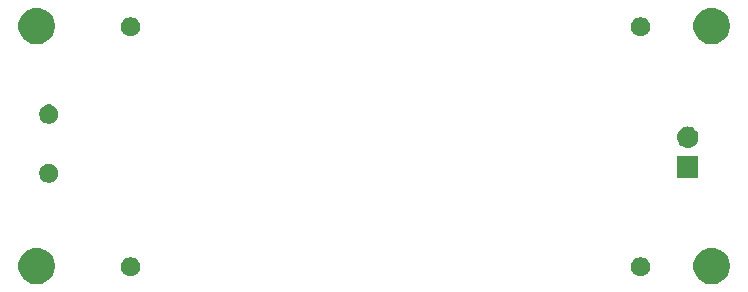
<source format=gbr>
G04 #@! TF.GenerationSoftware,KiCad,Pcbnew,(5.1.2)-2*
G04 #@! TF.CreationDate,2019-10-05T20:57:59-05:00*
G04 #@! TF.ProjectId,PowerBreakout,506f7765-7242-4726-9561-6b6f75742e6b,rev?*
G04 #@! TF.SameCoordinates,Original*
G04 #@! TF.FileFunction,Soldermask,Bot*
G04 #@! TF.FilePolarity,Negative*
%FSLAX46Y46*%
G04 Gerber Fmt 4.6, Leading zero omitted, Abs format (unit mm)*
G04 Created by KiCad (PCBNEW (5.1.2)-2) date 2019-10-05 20:57:59*
%MOMM*%
%LPD*%
G04 APERTURE LIST*
%ADD10C,0.100000*%
G04 APERTURE END LIST*
D10*
G36*
X118412585Y-81028802D02*
G01*
X118562410Y-81058604D01*
X118844674Y-81175521D01*
X119098705Y-81345259D01*
X119314741Y-81561295D01*
X119484479Y-81815326D01*
X119601396Y-82097590D01*
X119661000Y-82397240D01*
X119661000Y-82702760D01*
X119601396Y-83002410D01*
X119484479Y-83284674D01*
X119314741Y-83538705D01*
X119098705Y-83754741D01*
X118844674Y-83924479D01*
X118562410Y-84041396D01*
X118412585Y-84071198D01*
X118262761Y-84101000D01*
X117957239Y-84101000D01*
X117807415Y-84071198D01*
X117657590Y-84041396D01*
X117375326Y-83924479D01*
X117121295Y-83754741D01*
X116905259Y-83538705D01*
X116735521Y-83284674D01*
X116618604Y-83002410D01*
X116559000Y-82702760D01*
X116559000Y-82397240D01*
X116618604Y-82097590D01*
X116735521Y-81815326D01*
X116905259Y-81561295D01*
X117121295Y-81345259D01*
X117375326Y-81175521D01*
X117657590Y-81058604D01*
X117807415Y-81028802D01*
X117957239Y-80999000D01*
X118262761Y-80999000D01*
X118412585Y-81028802D01*
X118412585Y-81028802D01*
G37*
G36*
X175562585Y-81028802D02*
G01*
X175712410Y-81058604D01*
X175994674Y-81175521D01*
X176248705Y-81345259D01*
X176464741Y-81561295D01*
X176634479Y-81815326D01*
X176751396Y-82097590D01*
X176811000Y-82397240D01*
X176811000Y-82702760D01*
X176751396Y-83002410D01*
X176634479Y-83284674D01*
X176464741Y-83538705D01*
X176248705Y-83754741D01*
X175994674Y-83924479D01*
X175712410Y-84041396D01*
X175562585Y-84071198D01*
X175412761Y-84101000D01*
X175107239Y-84101000D01*
X174957415Y-84071198D01*
X174807590Y-84041396D01*
X174525326Y-83924479D01*
X174271295Y-83754741D01*
X174055259Y-83538705D01*
X173885521Y-83284674D01*
X173768604Y-83002410D01*
X173709000Y-82702760D01*
X173709000Y-82397240D01*
X173768604Y-82097590D01*
X173885521Y-81815326D01*
X174055259Y-81561295D01*
X174271295Y-81345259D01*
X174525326Y-81175521D01*
X174807590Y-81058604D01*
X174957415Y-81028802D01*
X175107239Y-80999000D01*
X175412761Y-80999000D01*
X175562585Y-81028802D01*
X175562585Y-81028802D01*
G37*
G36*
X169461143Y-81828243D02*
G01*
X169609102Y-81889530D01*
X169742256Y-81978500D01*
X169855502Y-82091746D01*
X169944472Y-82224900D01*
X170005759Y-82372859D01*
X170037001Y-82529926D01*
X170037001Y-82690076D01*
X170005759Y-82847143D01*
X169944472Y-82995102D01*
X169855502Y-83128256D01*
X169742256Y-83241502D01*
X169609102Y-83330472D01*
X169461143Y-83391759D01*
X169304076Y-83423001D01*
X169143926Y-83423001D01*
X168986859Y-83391759D01*
X168838900Y-83330472D01*
X168705746Y-83241502D01*
X168592500Y-83128256D01*
X168503530Y-82995102D01*
X168442243Y-82847143D01*
X168411001Y-82690076D01*
X168411001Y-82529926D01*
X168442243Y-82372859D01*
X168503530Y-82224900D01*
X168592500Y-82091746D01*
X168705746Y-81978500D01*
X168838900Y-81889530D01*
X168986859Y-81828243D01*
X169143926Y-81797001D01*
X169304076Y-81797001D01*
X169461143Y-81828243D01*
X169461143Y-81828243D01*
G37*
G36*
X126281143Y-81828243D02*
G01*
X126429102Y-81889530D01*
X126562256Y-81978500D01*
X126675502Y-82091746D01*
X126764472Y-82224900D01*
X126825759Y-82372859D01*
X126857001Y-82529926D01*
X126857001Y-82690076D01*
X126825759Y-82847143D01*
X126764472Y-82995102D01*
X126675502Y-83128256D01*
X126562256Y-83241502D01*
X126429102Y-83330472D01*
X126281143Y-83391759D01*
X126124076Y-83423001D01*
X125963926Y-83423001D01*
X125806859Y-83391759D01*
X125658900Y-83330472D01*
X125525746Y-83241502D01*
X125412500Y-83128256D01*
X125323530Y-82995102D01*
X125262243Y-82847143D01*
X125231001Y-82690076D01*
X125231001Y-82529926D01*
X125262243Y-82372859D01*
X125323530Y-82224900D01*
X125412500Y-82091746D01*
X125525746Y-81978500D01*
X125658900Y-81889530D01*
X125806859Y-81828243D01*
X125963926Y-81797001D01*
X126124076Y-81797001D01*
X126281143Y-81828243D01*
X126281143Y-81828243D01*
G37*
G36*
X119363142Y-73894242D02*
G01*
X119511101Y-73955529D01*
X119644255Y-74044499D01*
X119757501Y-74157745D01*
X119846471Y-74290899D01*
X119907758Y-74438858D01*
X119939000Y-74595925D01*
X119939000Y-74756075D01*
X119907758Y-74913142D01*
X119846471Y-75061101D01*
X119757501Y-75194255D01*
X119644255Y-75307501D01*
X119511101Y-75396471D01*
X119363142Y-75457758D01*
X119206075Y-75489000D01*
X119045925Y-75489000D01*
X118888858Y-75457758D01*
X118740899Y-75396471D01*
X118607745Y-75307501D01*
X118494499Y-75194255D01*
X118405529Y-75061101D01*
X118344242Y-74913142D01*
X118313000Y-74756075D01*
X118313000Y-74595925D01*
X118344242Y-74438858D01*
X118405529Y-74290899D01*
X118494499Y-74157745D01*
X118607745Y-74044499D01*
X118740899Y-73955529D01*
X118888858Y-73894242D01*
X119045925Y-73863000D01*
X119206075Y-73863000D01*
X119363142Y-73894242D01*
X119363142Y-73894242D01*
G37*
G36*
X174129000Y-75069000D02*
G01*
X172327000Y-75069000D01*
X172327000Y-73267000D01*
X174129000Y-73267000D01*
X174129000Y-75069000D01*
X174129000Y-75069000D01*
G37*
G36*
X173338442Y-70733518D02*
G01*
X173404627Y-70740037D01*
X173574466Y-70791557D01*
X173730991Y-70875222D01*
X173766729Y-70904552D01*
X173868186Y-70987814D01*
X173951448Y-71089271D01*
X173980778Y-71125009D01*
X174064443Y-71281534D01*
X174115963Y-71451373D01*
X174133359Y-71628000D01*
X174115963Y-71804627D01*
X174064443Y-71974466D01*
X173980778Y-72130991D01*
X173951448Y-72166729D01*
X173868186Y-72268186D01*
X173766729Y-72351448D01*
X173730991Y-72380778D01*
X173574466Y-72464443D01*
X173404627Y-72515963D01*
X173338442Y-72522482D01*
X173272260Y-72529000D01*
X173183740Y-72529000D01*
X173117558Y-72522482D01*
X173051373Y-72515963D01*
X172881534Y-72464443D01*
X172725009Y-72380778D01*
X172689271Y-72351448D01*
X172587814Y-72268186D01*
X172504552Y-72166729D01*
X172475222Y-72130991D01*
X172391557Y-71974466D01*
X172340037Y-71804627D01*
X172322641Y-71628000D01*
X172340037Y-71451373D01*
X172391557Y-71281534D01*
X172475222Y-71125009D01*
X172504552Y-71089271D01*
X172587814Y-70987814D01*
X172689271Y-70904552D01*
X172725009Y-70875222D01*
X172881534Y-70791557D01*
X173051373Y-70740037D01*
X173117558Y-70733518D01*
X173183740Y-70727000D01*
X173272260Y-70727000D01*
X173338442Y-70733518D01*
X173338442Y-70733518D01*
G37*
G36*
X119363142Y-68894242D02*
G01*
X119511101Y-68955529D01*
X119644255Y-69044499D01*
X119757501Y-69157745D01*
X119846471Y-69290899D01*
X119907758Y-69438858D01*
X119939000Y-69595925D01*
X119939000Y-69756075D01*
X119907758Y-69913142D01*
X119846471Y-70061101D01*
X119757501Y-70194255D01*
X119644255Y-70307501D01*
X119511101Y-70396471D01*
X119363142Y-70457758D01*
X119206075Y-70489000D01*
X119045925Y-70489000D01*
X118888858Y-70457758D01*
X118740899Y-70396471D01*
X118607745Y-70307501D01*
X118494499Y-70194255D01*
X118405529Y-70061101D01*
X118344242Y-69913142D01*
X118313000Y-69756075D01*
X118313000Y-69595925D01*
X118344242Y-69438858D01*
X118405529Y-69290899D01*
X118494499Y-69157745D01*
X118607745Y-69044499D01*
X118740899Y-68955529D01*
X118888858Y-68894242D01*
X119045925Y-68863000D01*
X119206075Y-68863000D01*
X119363142Y-68894242D01*
X119363142Y-68894242D01*
G37*
G36*
X118412585Y-60708802D02*
G01*
X118562410Y-60738604D01*
X118844674Y-60855521D01*
X119098705Y-61025259D01*
X119314741Y-61241295D01*
X119484479Y-61495326D01*
X119601396Y-61777590D01*
X119661000Y-62077240D01*
X119661000Y-62382760D01*
X119601396Y-62682410D01*
X119484479Y-62964674D01*
X119314741Y-63218705D01*
X119098705Y-63434741D01*
X118844674Y-63604479D01*
X118562410Y-63721396D01*
X118412585Y-63751198D01*
X118262761Y-63781000D01*
X117957239Y-63781000D01*
X117807415Y-63751198D01*
X117657590Y-63721396D01*
X117375326Y-63604479D01*
X117121295Y-63434741D01*
X116905259Y-63218705D01*
X116735521Y-62964674D01*
X116618604Y-62682410D01*
X116559000Y-62382760D01*
X116559000Y-62077240D01*
X116618604Y-61777590D01*
X116735521Y-61495326D01*
X116905259Y-61241295D01*
X117121295Y-61025259D01*
X117375326Y-60855521D01*
X117657590Y-60738604D01*
X117807415Y-60708802D01*
X117957239Y-60679000D01*
X118262761Y-60679000D01*
X118412585Y-60708802D01*
X118412585Y-60708802D01*
G37*
G36*
X175562585Y-60708802D02*
G01*
X175712410Y-60738604D01*
X175994674Y-60855521D01*
X176248705Y-61025259D01*
X176464741Y-61241295D01*
X176634479Y-61495326D01*
X176751396Y-61777590D01*
X176811000Y-62077240D01*
X176811000Y-62382760D01*
X176751396Y-62682410D01*
X176634479Y-62964674D01*
X176464741Y-63218705D01*
X176248705Y-63434741D01*
X175994674Y-63604479D01*
X175712410Y-63721396D01*
X175562585Y-63751198D01*
X175412761Y-63781000D01*
X175107239Y-63781000D01*
X174957415Y-63751198D01*
X174807590Y-63721396D01*
X174525326Y-63604479D01*
X174271295Y-63434741D01*
X174055259Y-63218705D01*
X173885521Y-62964674D01*
X173768604Y-62682410D01*
X173709000Y-62382760D01*
X173709000Y-62077240D01*
X173768604Y-61777590D01*
X173885521Y-61495326D01*
X174055259Y-61241295D01*
X174271295Y-61025259D01*
X174525326Y-60855521D01*
X174807590Y-60738604D01*
X174957415Y-60708802D01*
X175107239Y-60679000D01*
X175412761Y-60679000D01*
X175562585Y-60708802D01*
X175562585Y-60708802D01*
G37*
G36*
X126281143Y-61508243D02*
G01*
X126429102Y-61569530D01*
X126562256Y-61658500D01*
X126675502Y-61771746D01*
X126764472Y-61904900D01*
X126825759Y-62052859D01*
X126857001Y-62209926D01*
X126857001Y-62370076D01*
X126825759Y-62527143D01*
X126764472Y-62675102D01*
X126675502Y-62808256D01*
X126562256Y-62921502D01*
X126429102Y-63010472D01*
X126281143Y-63071759D01*
X126124076Y-63103001D01*
X125963926Y-63103001D01*
X125806859Y-63071759D01*
X125658900Y-63010472D01*
X125525746Y-62921502D01*
X125412500Y-62808256D01*
X125323530Y-62675102D01*
X125262243Y-62527143D01*
X125231001Y-62370076D01*
X125231001Y-62209926D01*
X125262243Y-62052859D01*
X125323530Y-61904900D01*
X125412500Y-61771746D01*
X125525746Y-61658500D01*
X125658900Y-61569530D01*
X125806859Y-61508243D01*
X125963926Y-61477001D01*
X126124076Y-61477001D01*
X126281143Y-61508243D01*
X126281143Y-61508243D01*
G37*
G36*
X169461143Y-61508243D02*
G01*
X169609102Y-61569530D01*
X169742256Y-61658500D01*
X169855502Y-61771746D01*
X169944472Y-61904900D01*
X170005759Y-62052859D01*
X170037001Y-62209926D01*
X170037001Y-62370076D01*
X170005759Y-62527143D01*
X169944472Y-62675102D01*
X169855502Y-62808256D01*
X169742256Y-62921502D01*
X169609102Y-63010472D01*
X169461143Y-63071759D01*
X169304076Y-63103001D01*
X169143926Y-63103001D01*
X168986859Y-63071759D01*
X168838900Y-63010472D01*
X168705746Y-62921502D01*
X168592500Y-62808256D01*
X168503530Y-62675102D01*
X168442243Y-62527143D01*
X168411001Y-62370076D01*
X168411001Y-62209926D01*
X168442243Y-62052859D01*
X168503530Y-61904900D01*
X168592500Y-61771746D01*
X168705746Y-61658500D01*
X168838900Y-61569530D01*
X168986859Y-61508243D01*
X169143926Y-61477001D01*
X169304076Y-61477001D01*
X169461143Y-61508243D01*
X169461143Y-61508243D01*
G37*
M02*

</source>
